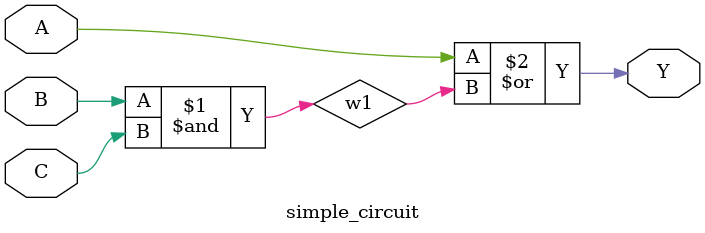
<source format=v>
module simple_circuit(Y, A, B, C);
input A,B,C;
output Y;
wire w1, w2, w3;
and g1(w1, B, C);
or g2(Y, A, w1);
endmodule
</source>
